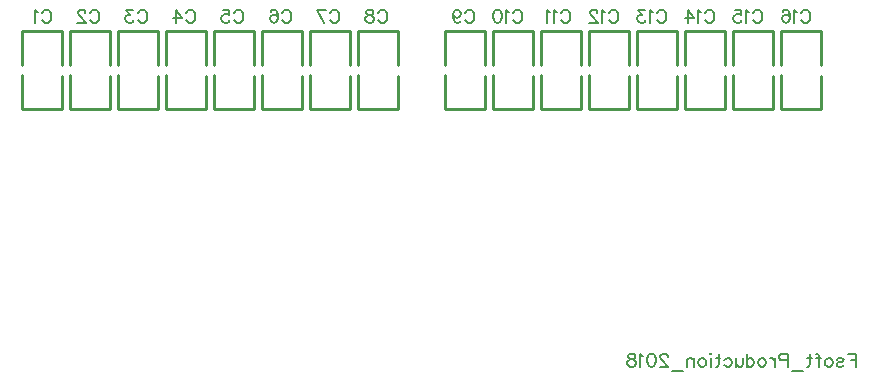
<source format=gbo>
G04 ---------------------------- Layer name :BOTTOM SILK LAYER*
G04 EasyEDA v5.5.11, Mon, 04 Jun 2018 22:37:14 GMT*
G04 a06480a3d07c492ca7fe7dcdfe2faa1f*
G04 Gerber Generator version 0.2*
G04 Scale: 100 percent, Rotated: No, Reflected: No *
G04 Dimensions in millimeters *
G04 leading zeros omitted , absolute positions ,3 integer and 3 decimal *
%FSLAX33Y33*%
%MOMM*%
G90*
G71D02*

%ADD39C,0.177800*%
%ADD40C,0.269999*%

%LPD*%
G54D40*
G01X4673Y27406D02*
G01X4673Y30276D01*
G01X8001Y30276D01*
G01X8001Y27406D01*
G01X8001Y27406D01*
G01X8001Y26492D02*
G01X8001Y26517D01*
G01X8001Y23698D01*
G01X4673Y23698D01*
G01X4673Y26568D01*
G01X8737Y27406D02*
G01X8737Y30276D01*
G01X12065Y30276D01*
G01X12065Y27406D01*
G01X12065Y27406D01*
G01X12065Y26492D02*
G01X12065Y26517D01*
G01X12065Y23698D01*
G01X8737Y23698D01*
G01X8737Y26568D01*
G01X12801Y27406D02*
G01X12801Y30276D01*
G01X16129Y30276D01*
G01X16129Y27406D01*
G01X16129Y27406D01*
G01X16129Y26492D02*
G01X16129Y26517D01*
G01X16129Y23698D01*
G01X12801Y23698D01*
G01X12801Y26568D01*
G01X16865Y27406D02*
G01X16865Y30276D01*
G01X20193Y30276D01*
G01X20193Y27406D01*
G01X20193Y27406D01*
G01X20193Y26492D02*
G01X20193Y26517D01*
G01X20193Y23698D01*
G01X16865Y23698D01*
G01X16865Y26568D01*
G01X20929Y27406D02*
G01X20929Y30276D01*
G01X24257Y30276D01*
G01X24257Y27406D01*
G01X24257Y27406D01*
G01X24257Y26492D02*
G01X24257Y26517D01*
G01X24257Y23698D01*
G01X20929Y23698D01*
G01X20929Y26568D01*
G01X24993Y27406D02*
G01X24993Y30276D01*
G01X28321Y30276D01*
G01X28321Y27406D01*
G01X28321Y27406D01*
G01X28321Y26492D02*
G01X28321Y26517D01*
G01X28321Y23698D01*
G01X24993Y23698D01*
G01X24993Y26568D01*
G01X29057Y27406D02*
G01X29057Y30276D01*
G01X32385Y30276D01*
G01X32385Y27406D01*
G01X32385Y27406D01*
G01X32385Y26492D02*
G01X32385Y26517D01*
G01X32385Y23698D01*
G01X29057Y23698D01*
G01X29057Y26568D01*
G01X33121Y27406D02*
G01X33121Y30276D01*
G01X36449Y30276D01*
G01X36449Y27406D01*
G01X36449Y27406D01*
G01X36449Y26492D02*
G01X36449Y26517D01*
G01X36449Y23698D01*
G01X33121Y23698D01*
G01X33121Y26568D01*
G01X40487Y27406D02*
G01X40487Y30276D01*
G01X43815Y30276D01*
G01X43815Y27406D01*
G01X43815Y27406D01*
G01X43815Y26492D02*
G01X43815Y26517D01*
G01X43815Y23698D01*
G01X40487Y23698D01*
G01X40487Y26568D01*
G01X44551Y27406D02*
G01X44551Y30276D01*
G01X47879Y30276D01*
G01X47879Y27406D01*
G01X47879Y27406D01*
G01X47879Y26492D02*
G01X47879Y26517D01*
G01X47879Y23698D01*
G01X44551Y23698D01*
G01X44551Y26568D01*
G01X48615Y27406D02*
G01X48615Y30276D01*
G01X51943Y30276D01*
G01X51943Y27406D01*
G01X51943Y27406D01*
G01X51943Y26492D02*
G01X51943Y26517D01*
G01X51943Y23698D01*
G01X48615Y23698D01*
G01X48615Y26568D01*
G01X52679Y27406D02*
G01X52679Y30276D01*
G01X56007Y30276D01*
G01X56007Y27406D01*
G01X56007Y27406D01*
G01X56007Y26492D02*
G01X56007Y26517D01*
G01X56007Y23698D01*
G01X52679Y23698D01*
G01X52679Y26568D01*
G01X56743Y27406D02*
G01X56743Y30276D01*
G01X60071Y30276D01*
G01X60071Y27406D01*
G01X60071Y27406D01*
G01X60071Y26492D02*
G01X60071Y26517D01*
G01X60071Y23698D01*
G01X56743Y23698D01*
G01X56743Y26568D01*
G01X60807Y27406D02*
G01X60807Y30276D01*
G01X64135Y30276D01*
G01X64135Y27406D01*
G01X64135Y27406D01*
G01X64135Y26492D02*
G01X64135Y26517D01*
G01X64135Y23698D01*
G01X60807Y23698D01*
G01X60807Y26568D01*
G01X64871Y27406D02*
G01X64871Y30276D01*
G01X68199Y30276D01*
G01X68199Y27406D01*
G01X68199Y27406D01*
G01X68199Y26492D02*
G01X68199Y26517D01*
G01X68199Y23698D01*
G01X64871Y23698D01*
G01X64871Y26568D01*
G01X68935Y27406D02*
G01X68935Y30276D01*
G01X72263Y30276D01*
G01X72263Y27406D01*
G01X72263Y27406D01*
G01X72263Y26492D02*
G01X72263Y26517D01*
G01X72263Y23698D01*
G01X68935Y23698D01*
G01X68935Y26568D01*
G54D39*
G01X75207Y2996D02*
G01X75207Y1904D01*
G01X75207Y2996D02*
G01X74531Y2996D01*
G01X75207Y2476D02*
G01X74791Y2476D01*
G01X73617Y2476D02*
G01X73669Y2580D01*
G01X73825Y2632D01*
G01X73980Y2632D01*
G01X74136Y2580D01*
G01X74188Y2476D01*
G01X74136Y2372D01*
G01X74032Y2320D01*
G01X73773Y2268D01*
G01X73669Y2216D01*
G01X73617Y2112D01*
G01X73617Y2060D01*
G01X73669Y1956D01*
G01X73825Y1904D01*
G01X73980Y1904D01*
G01X74136Y1956D01*
G01X74188Y2060D01*
G01X73014Y2632D02*
G01X73118Y2580D01*
G01X73222Y2476D01*
G01X73274Y2320D01*
G01X73274Y2216D01*
G01X73222Y2060D01*
G01X73118Y1956D01*
G01X73014Y1904D01*
G01X72858Y1904D01*
G01X72754Y1956D01*
G01X72650Y2060D01*
G01X72598Y2216D01*
G01X72598Y2320D01*
G01X72650Y2476D01*
G01X72754Y2580D01*
G01X72858Y2632D01*
G01X73014Y2632D01*
G01X71840Y2996D02*
G01X71944Y2996D01*
G01X72048Y2944D01*
G01X72100Y2788D01*
G01X72100Y1904D01*
G01X72256Y2632D02*
G01X71892Y2632D01*
G01X71341Y2996D02*
G01X71341Y2112D01*
G01X71289Y1956D01*
G01X71185Y1904D01*
G01X71081Y1904D01*
G01X71497Y2632D02*
G01X71133Y2632D01*
G01X70738Y1541D02*
G01X69803Y1541D01*
G01X69460Y2996D02*
G01X69460Y1904D01*
G01X69460Y2996D02*
G01X68993Y2996D01*
G01X68837Y2944D01*
G01X68785Y2892D01*
G01X68733Y2788D01*
G01X68733Y2632D01*
G01X68785Y2528D01*
G01X68837Y2476D01*
G01X68993Y2424D01*
G01X69460Y2424D01*
G01X68390Y2632D02*
G01X68390Y1904D01*
G01X68390Y2320D02*
G01X68338Y2476D01*
G01X68234Y2580D01*
G01X68130Y2632D01*
G01X67974Y2632D01*
G01X67372Y2632D02*
G01X67476Y2580D01*
G01X67580Y2476D01*
G01X67632Y2320D01*
G01X67632Y2216D01*
G01X67580Y2060D01*
G01X67476Y1956D01*
G01X67372Y1904D01*
G01X67216Y1904D01*
G01X67112Y1956D01*
G01X67008Y2060D01*
G01X66956Y2216D01*
G01X66956Y2320D01*
G01X67008Y2476D01*
G01X67112Y2580D01*
G01X67216Y2632D01*
G01X67372Y2632D01*
G01X65990Y2996D02*
G01X65990Y1904D01*
G01X65990Y2476D02*
G01X66094Y2580D01*
G01X66198Y2632D01*
G01X66354Y2632D01*
G01X66457Y2580D01*
G01X66561Y2476D01*
G01X66613Y2320D01*
G01X66613Y2216D01*
G01X66561Y2060D01*
G01X66457Y1956D01*
G01X66354Y1904D01*
G01X66198Y1904D01*
G01X66094Y1956D01*
G01X65990Y2060D01*
G01X65647Y2632D02*
G01X65647Y2112D01*
G01X65595Y1956D01*
G01X65491Y1904D01*
G01X65335Y1904D01*
G01X65231Y1956D01*
G01X65075Y2112D01*
G01X65075Y2632D02*
G01X65075Y1904D01*
G01X64109Y2476D02*
G01X64213Y2580D01*
G01X64317Y2632D01*
G01X64473Y2632D01*
G01X64577Y2580D01*
G01X64681Y2476D01*
G01X64733Y2320D01*
G01X64733Y2216D01*
G01X64681Y2060D01*
G01X64577Y1956D01*
G01X64473Y1904D01*
G01X64317Y1904D01*
G01X64213Y1956D01*
G01X64109Y2060D01*
G01X63610Y2996D02*
G01X63610Y2112D01*
G01X63558Y1956D01*
G01X63454Y1904D01*
G01X63351Y1904D01*
G01X63766Y2632D02*
G01X63402Y2632D01*
G01X63008Y2996D02*
G01X62956Y2944D01*
G01X62904Y2996D01*
G01X62956Y3047D01*
G01X63008Y2996D01*
G01X62956Y2632D02*
G01X62956Y1904D01*
G01X62301Y2632D02*
G01X62405Y2580D01*
G01X62509Y2476D01*
G01X62561Y2320D01*
G01X62561Y2216D01*
G01X62509Y2060D01*
G01X62405Y1956D01*
G01X62301Y1904D01*
G01X62145Y1904D01*
G01X62041Y1956D01*
G01X61937Y2060D01*
G01X61885Y2216D01*
G01X61885Y2320D01*
G01X61937Y2476D01*
G01X62041Y2580D01*
G01X62145Y2632D01*
G01X62301Y2632D01*
G01X61543Y2632D02*
G01X61543Y1904D01*
G01X61543Y2424D02*
G01X61387Y2580D01*
G01X61283Y2632D01*
G01X61127Y2632D01*
G01X61023Y2580D01*
G01X60971Y2424D01*
G01X60971Y1904D01*
G01X60628Y1541D02*
G01X59693Y1541D01*
G01X59298Y2736D02*
G01X59298Y2788D01*
G01X59246Y2892D01*
G01X59194Y2944D01*
G01X59090Y2996D01*
G01X58882Y2996D01*
G01X58779Y2944D01*
G01X58727Y2892D01*
G01X58675Y2788D01*
G01X58675Y2684D01*
G01X58727Y2580D01*
G01X58830Y2424D01*
G01X59350Y1904D01*
G01X58623Y1904D01*
G01X57968Y2996D02*
G01X58124Y2944D01*
G01X58228Y2788D01*
G01X58280Y2528D01*
G01X58280Y2372D01*
G01X58228Y2112D01*
G01X58124Y1956D01*
G01X57968Y1904D01*
G01X57864Y1904D01*
G01X57708Y1956D01*
G01X57604Y2112D01*
G01X57552Y2372D01*
G01X57552Y2528D01*
G01X57604Y2788D01*
G01X57708Y2944D01*
G01X57864Y2996D01*
G01X57968Y2996D01*
G01X57210Y2788D02*
G01X57106Y2840D01*
G01X56950Y2996D01*
G01X56950Y1904D01*
G01X56347Y2996D02*
G01X56503Y2944D01*
G01X56555Y2840D01*
G01X56555Y2736D01*
G01X56503Y2632D01*
G01X56399Y2580D01*
G01X56191Y2528D01*
G01X56035Y2476D01*
G01X55931Y2372D01*
G01X55879Y2268D01*
G01X55879Y2112D01*
G01X55931Y2008D01*
G01X55983Y1956D01*
G01X56139Y1904D01*
G01X56347Y1904D01*
G01X56503Y1956D01*
G01X56555Y2008D01*
G01X56607Y2112D01*
G01X56607Y2268D01*
G01X56555Y2372D01*
G01X56451Y2476D01*
G01X56295Y2528D01*
G01X56087Y2580D01*
G01X55983Y2632D01*
G01X55931Y2736D01*
G01X55931Y2840D01*
G01X55983Y2944D01*
G01X56139Y2996D01*
G01X56347Y2996D01*
G01X6332Y31859D02*
G01X6384Y31963D01*
G01X6488Y32067D01*
G01X6592Y32119D01*
G01X6800Y32119D01*
G01X6904Y32067D01*
G01X7008Y31963D01*
G01X7060Y31859D01*
G01X7112Y31703D01*
G01X7112Y31444D01*
G01X7060Y31288D01*
G01X7008Y31184D01*
G01X6904Y31080D01*
G01X6800Y31028D01*
G01X6592Y31028D01*
G01X6488Y31080D01*
G01X6384Y31184D01*
G01X6332Y31288D01*
G01X5989Y31911D02*
G01X5885Y31963D01*
G01X5730Y32119D01*
G01X5730Y31028D01*
G01X10396Y31859D02*
G01X10448Y31963D01*
G01X10552Y32067D01*
G01X10656Y32119D01*
G01X10864Y32119D01*
G01X10968Y32067D01*
G01X11072Y31963D01*
G01X11124Y31859D01*
G01X11176Y31703D01*
G01X11176Y31444D01*
G01X11124Y31288D01*
G01X11072Y31184D01*
G01X10968Y31080D01*
G01X10864Y31028D01*
G01X10656Y31028D01*
G01X10552Y31080D01*
G01X10448Y31184D01*
G01X10396Y31288D01*
G01X10001Y31859D02*
G01X10001Y31911D01*
G01X9949Y32015D01*
G01X9897Y32067D01*
G01X9794Y32119D01*
G01X9586Y32119D01*
G01X9482Y32067D01*
G01X9430Y32015D01*
G01X9378Y31911D01*
G01X9378Y31807D01*
G01X9430Y31703D01*
G01X9534Y31547D01*
G01X10053Y31028D01*
G01X9326Y31028D01*
G01X14460Y31859D02*
G01X14512Y31963D01*
G01X14616Y32067D01*
G01X14720Y32119D01*
G01X14928Y32119D01*
G01X15032Y32067D01*
G01X15136Y31963D01*
G01X15188Y31859D01*
G01X15240Y31703D01*
G01X15240Y31444D01*
G01X15188Y31288D01*
G01X15136Y31184D01*
G01X15032Y31080D01*
G01X14928Y31028D01*
G01X14720Y31028D01*
G01X14616Y31080D01*
G01X14512Y31184D01*
G01X14460Y31288D01*
G01X14013Y32119D02*
G01X13442Y32119D01*
G01X13754Y31703D01*
G01X13598Y31703D01*
G01X13494Y31651D01*
G01X13442Y31599D01*
G01X13390Y31444D01*
G01X13390Y31340D01*
G01X13442Y31184D01*
G01X13546Y31080D01*
G01X13702Y31028D01*
G01X13858Y31028D01*
G01X14013Y31080D01*
G01X14065Y31132D01*
G01X14117Y31236D01*
G01X18524Y31859D02*
G01X18576Y31963D01*
G01X18680Y32067D01*
G01X18784Y32119D01*
G01X18992Y32119D01*
G01X19096Y32067D01*
G01X19200Y31963D01*
G01X19252Y31859D01*
G01X19304Y31703D01*
G01X19304Y31444D01*
G01X19252Y31288D01*
G01X19200Y31184D01*
G01X19096Y31080D01*
G01X18992Y31028D01*
G01X18784Y31028D01*
G01X18680Y31080D01*
G01X18576Y31184D01*
G01X18524Y31288D01*
G01X17662Y32119D02*
G01X18181Y31392D01*
G01X17402Y31392D01*
G01X17662Y32119D02*
G01X17662Y31028D01*
G01X22588Y31859D02*
G01X22640Y31963D01*
G01X22744Y32067D01*
G01X22848Y32119D01*
G01X23056Y32119D01*
G01X23160Y32067D01*
G01X23264Y31963D01*
G01X23316Y31859D01*
G01X23368Y31703D01*
G01X23368Y31444D01*
G01X23316Y31288D01*
G01X23264Y31184D01*
G01X23160Y31080D01*
G01X23056Y31028D01*
G01X22848Y31028D01*
G01X22744Y31080D01*
G01X22640Y31184D01*
G01X22588Y31288D01*
G01X21622Y32119D02*
G01X22141Y32119D01*
G01X22193Y31651D01*
G01X22141Y31703D01*
G01X21986Y31755D01*
G01X21830Y31755D01*
G01X21674Y31703D01*
G01X21570Y31599D01*
G01X21518Y31444D01*
G01X21518Y31340D01*
G01X21570Y31184D01*
G01X21674Y31080D01*
G01X21830Y31028D01*
G01X21986Y31028D01*
G01X22141Y31080D01*
G01X22193Y31132D01*
G01X22245Y31236D01*
G01X26652Y31859D02*
G01X26704Y31963D01*
G01X26808Y32067D01*
G01X26912Y32119D01*
G01X27120Y32119D01*
G01X27224Y32067D01*
G01X27328Y31963D01*
G01X27380Y31859D01*
G01X27432Y31703D01*
G01X27432Y31444D01*
G01X27380Y31288D01*
G01X27328Y31184D01*
G01X27224Y31080D01*
G01X27120Y31028D01*
G01X26912Y31028D01*
G01X26808Y31080D01*
G01X26704Y31184D01*
G01X26652Y31288D01*
G01X25686Y31963D02*
G01X25738Y32067D01*
G01X25894Y32119D01*
G01X25998Y32119D01*
G01X26153Y32067D01*
G01X26257Y31911D01*
G01X26309Y31651D01*
G01X26309Y31392D01*
G01X26257Y31184D01*
G01X26153Y31080D01*
G01X25998Y31028D01*
G01X25946Y31028D01*
G01X25790Y31080D01*
G01X25686Y31184D01*
G01X25634Y31340D01*
G01X25634Y31392D01*
G01X25686Y31547D01*
G01X25790Y31651D01*
G01X25946Y31703D01*
G01X25998Y31703D01*
G01X26153Y31651D01*
G01X26257Y31547D01*
G01X26309Y31392D01*
G01X30716Y31859D02*
G01X30768Y31963D01*
G01X30872Y32067D01*
G01X30976Y32119D01*
G01X31184Y32119D01*
G01X31288Y32067D01*
G01X31392Y31963D01*
G01X31444Y31859D01*
G01X31496Y31703D01*
G01X31496Y31444D01*
G01X31444Y31288D01*
G01X31392Y31184D01*
G01X31288Y31080D01*
G01X31184Y31028D01*
G01X30976Y31028D01*
G01X30872Y31080D01*
G01X30768Y31184D01*
G01X30716Y31288D01*
G01X29646Y32119D02*
G01X30165Y31028D01*
G01X30373Y32119D02*
G01X29646Y32119D01*
G01X34780Y31859D02*
G01X34832Y31963D01*
G01X34936Y32067D01*
G01X35040Y32119D01*
G01X35248Y32119D01*
G01X35352Y32067D01*
G01X35456Y31963D01*
G01X35508Y31859D01*
G01X35560Y31703D01*
G01X35560Y31444D01*
G01X35508Y31288D01*
G01X35456Y31184D01*
G01X35352Y31080D01*
G01X35248Y31028D01*
G01X35040Y31028D01*
G01X34936Y31080D01*
G01X34832Y31184D01*
G01X34780Y31288D01*
G01X34178Y32119D02*
G01X34333Y32067D01*
G01X34385Y31963D01*
G01X34385Y31859D01*
G01X34333Y31755D01*
G01X34229Y31703D01*
G01X34022Y31651D01*
G01X33866Y31599D01*
G01X33762Y31496D01*
G01X33710Y31392D01*
G01X33710Y31236D01*
G01X33762Y31132D01*
G01X33814Y31080D01*
G01X33970Y31028D01*
G01X34178Y31028D01*
G01X34333Y31080D01*
G01X34385Y31132D01*
G01X34437Y31236D01*
G01X34437Y31392D01*
G01X34385Y31496D01*
G01X34281Y31599D01*
G01X34126Y31651D01*
G01X33918Y31703D01*
G01X33814Y31755D01*
G01X33762Y31859D01*
G01X33762Y31963D01*
G01X33814Y32067D01*
G01X33970Y32119D01*
G01X34178Y32119D01*
G01X42146Y31859D02*
G01X42198Y31963D01*
G01X42302Y32067D01*
G01X42406Y32119D01*
G01X42614Y32119D01*
G01X42718Y32067D01*
G01X42822Y31963D01*
G01X42874Y31859D01*
G01X42926Y31703D01*
G01X42926Y31444D01*
G01X42874Y31288D01*
G01X42822Y31184D01*
G01X42718Y31080D01*
G01X42614Y31028D01*
G01X42406Y31028D01*
G01X42302Y31080D01*
G01X42198Y31184D01*
G01X42146Y31288D01*
G01X41128Y31755D02*
G01X41180Y31599D01*
G01X41284Y31496D01*
G01X41440Y31444D01*
G01X41492Y31444D01*
G01X41647Y31496D01*
G01X41751Y31599D01*
G01X41803Y31755D01*
G01X41803Y31807D01*
G01X41751Y31963D01*
G01X41647Y32067D01*
G01X41492Y32119D01*
G01X41440Y32119D01*
G01X41284Y32067D01*
G01X41180Y31963D01*
G01X41128Y31755D01*
G01X41128Y31496D01*
G01X41180Y31236D01*
G01X41284Y31080D01*
G01X41440Y31028D01*
G01X41544Y31028D01*
G01X41699Y31080D01*
G01X41751Y31184D01*
G01X46210Y31859D02*
G01X46262Y31963D01*
G01X46366Y32067D01*
G01X46470Y32119D01*
G01X46678Y32119D01*
G01X46782Y32067D01*
G01X46886Y31963D01*
G01X46938Y31859D01*
G01X46990Y31703D01*
G01X46990Y31444D01*
G01X46938Y31288D01*
G01X46886Y31184D01*
G01X46782Y31080D01*
G01X46678Y31028D01*
G01X46470Y31028D01*
G01X46366Y31080D01*
G01X46262Y31184D01*
G01X46210Y31288D01*
G01X45867Y31911D02*
G01X45763Y31963D01*
G01X45608Y32119D01*
G01X45608Y31028D01*
G01X44953Y32119D02*
G01X45109Y32067D01*
G01X45213Y31911D01*
G01X45265Y31651D01*
G01X45265Y31496D01*
G01X45213Y31236D01*
G01X45109Y31080D01*
G01X44953Y31028D01*
G01X44849Y31028D01*
G01X44693Y31080D01*
G01X44589Y31236D01*
G01X44537Y31496D01*
G01X44537Y31651D01*
G01X44589Y31911D01*
G01X44693Y32067D01*
G01X44849Y32119D01*
G01X44953Y32119D01*
G01X50274Y31859D02*
G01X50326Y31963D01*
G01X50430Y32067D01*
G01X50534Y32119D01*
G01X50742Y32119D01*
G01X50846Y32067D01*
G01X50950Y31963D01*
G01X51002Y31859D01*
G01X51054Y31703D01*
G01X51054Y31444D01*
G01X51002Y31288D01*
G01X50950Y31184D01*
G01X50846Y31080D01*
G01X50742Y31028D01*
G01X50534Y31028D01*
G01X50430Y31080D01*
G01X50326Y31184D01*
G01X50274Y31288D01*
G01X49931Y31911D02*
G01X49827Y31963D01*
G01X49672Y32119D01*
G01X49672Y31028D01*
G01X49329Y31911D02*
G01X49225Y31963D01*
G01X49069Y32119D01*
G01X49069Y31028D01*
G01X54338Y31859D02*
G01X54390Y31963D01*
G01X54494Y32067D01*
G01X54598Y32119D01*
G01X54806Y32119D01*
G01X54910Y32067D01*
G01X55014Y31963D01*
G01X55066Y31859D01*
G01X55118Y31703D01*
G01X55118Y31444D01*
G01X55066Y31288D01*
G01X55014Y31184D01*
G01X54910Y31080D01*
G01X54806Y31028D01*
G01X54598Y31028D01*
G01X54494Y31080D01*
G01X54390Y31184D01*
G01X54338Y31288D01*
G01X53995Y31911D02*
G01X53891Y31963D01*
G01X53736Y32119D01*
G01X53736Y31028D01*
G01X53341Y31859D02*
G01X53341Y31911D01*
G01X53289Y32015D01*
G01X53237Y32067D01*
G01X53133Y32119D01*
G01X52925Y32119D01*
G01X52821Y32067D01*
G01X52769Y32015D01*
G01X52717Y31911D01*
G01X52717Y31807D01*
G01X52769Y31703D01*
G01X52873Y31547D01*
G01X53393Y31028D01*
G01X52665Y31028D01*
G01X58402Y31859D02*
G01X58454Y31963D01*
G01X58558Y32067D01*
G01X58662Y32119D01*
G01X58870Y32119D01*
G01X58974Y32067D01*
G01X59078Y31963D01*
G01X59130Y31859D01*
G01X59182Y31703D01*
G01X59182Y31444D01*
G01X59130Y31288D01*
G01X59078Y31184D01*
G01X58974Y31080D01*
G01X58870Y31028D01*
G01X58662Y31028D01*
G01X58558Y31080D01*
G01X58454Y31184D01*
G01X58402Y31288D01*
G01X58059Y31911D02*
G01X57955Y31963D01*
G01X57800Y32119D01*
G01X57800Y31028D01*
G01X57353Y32119D02*
G01X56781Y32119D01*
G01X57093Y31703D01*
G01X56937Y31703D01*
G01X56833Y31651D01*
G01X56781Y31599D01*
G01X56729Y31444D01*
G01X56729Y31340D01*
G01X56781Y31184D01*
G01X56885Y31080D01*
G01X57041Y31028D01*
G01X57197Y31028D01*
G01X57353Y31080D01*
G01X57405Y31132D01*
G01X57457Y31236D01*
G01X62466Y31859D02*
G01X62518Y31963D01*
G01X62622Y32067D01*
G01X62726Y32119D01*
G01X62934Y32119D01*
G01X63038Y32067D01*
G01X63142Y31963D01*
G01X63194Y31859D01*
G01X63246Y31703D01*
G01X63246Y31444D01*
G01X63194Y31288D01*
G01X63142Y31184D01*
G01X63038Y31080D01*
G01X62934Y31028D01*
G01X62726Y31028D01*
G01X62622Y31080D01*
G01X62518Y31184D01*
G01X62466Y31288D01*
G01X62123Y31911D02*
G01X62019Y31963D01*
G01X61864Y32119D01*
G01X61864Y31028D01*
G01X61001Y32119D02*
G01X61521Y31392D01*
G01X60741Y31392D01*
G01X61001Y32119D02*
G01X61001Y31028D01*
G01X66530Y31859D02*
G01X66582Y31963D01*
G01X66686Y32067D01*
G01X66790Y32119D01*
G01X66998Y32119D01*
G01X67102Y32067D01*
G01X67206Y31963D01*
G01X67258Y31859D01*
G01X67310Y31703D01*
G01X67310Y31444D01*
G01X67258Y31288D01*
G01X67206Y31184D01*
G01X67102Y31080D01*
G01X66998Y31028D01*
G01X66790Y31028D01*
G01X66686Y31080D01*
G01X66582Y31184D01*
G01X66530Y31288D01*
G01X66187Y31911D02*
G01X66083Y31963D01*
G01X65928Y32119D01*
G01X65928Y31028D01*
G01X64961Y32119D02*
G01X65481Y32119D01*
G01X65533Y31651D01*
G01X65481Y31703D01*
G01X65325Y31755D01*
G01X65169Y31755D01*
G01X65013Y31703D01*
G01X64909Y31599D01*
G01X64857Y31444D01*
G01X64857Y31340D01*
G01X64909Y31184D01*
G01X65013Y31080D01*
G01X65169Y31028D01*
G01X65325Y31028D01*
G01X65481Y31080D01*
G01X65533Y31132D01*
G01X65585Y31236D01*
G01X70594Y31859D02*
G01X70646Y31963D01*
G01X70750Y32067D01*
G01X70854Y32119D01*
G01X71062Y32119D01*
G01X71166Y32067D01*
G01X71270Y31963D01*
G01X71322Y31859D01*
G01X71374Y31703D01*
G01X71374Y31444D01*
G01X71322Y31288D01*
G01X71270Y31184D01*
G01X71166Y31080D01*
G01X71062Y31028D01*
G01X70854Y31028D01*
G01X70750Y31080D01*
G01X70646Y31184D01*
G01X70594Y31288D01*
G01X70251Y31911D02*
G01X70147Y31963D01*
G01X69992Y32119D01*
G01X69992Y31028D01*
G01X69025Y31963D02*
G01X69077Y32067D01*
G01X69233Y32119D01*
G01X69337Y32119D01*
G01X69493Y32067D01*
G01X69597Y31911D01*
G01X69649Y31651D01*
G01X69649Y31392D01*
G01X69597Y31184D01*
G01X69493Y31080D01*
G01X69337Y31028D01*
G01X69285Y31028D01*
G01X69129Y31080D01*
G01X69025Y31184D01*
G01X68973Y31340D01*
G01X68973Y31392D01*
G01X69025Y31547D01*
G01X69129Y31651D01*
G01X69285Y31703D01*
G01X69337Y31703D01*
G01X69493Y31651D01*
G01X69597Y31547D01*
G01X69649Y31392D01*
M00*
M02*

</source>
